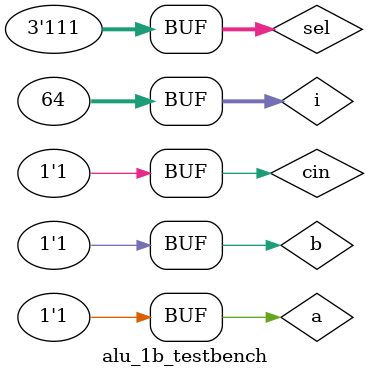
<source format=sv>
`timescale 1ns / 10ps 

module alu_1b (ri, cout, a, b, sel, cin);

	output logic ri, cout;
	input logic a, b, cin;
	input [2:0] sel;
	logic sum;
	logic a0, o0, b0, x0;
	
	add_sub fulladder (sum, cout, cin, a,b, sel[0]);
	and #50 aandb (a0, a, b);
	or #50 aorb (o0, a, b);
	buf #50 buffer (b0, b);
	xor #50 axorb (x0, a, b);
	
	
	a_mux8_1 mux0 (ri, {1'b0, x0, o0, a0, sum, sum, 1'b0, b0}, sel[2:0]);
	
endmodule

module alu_1b_testbench();
   logic ri, cout, a, b, cin;
	logic [2:0] sel;
	alu_1b dut (ri, cout, a, b, sel, cin);
	// Try all combinations of inputs.
	integer i;
	initial begin
		for(i = 0; i <64; i++) begin
			{a, b, sel, cin} = i; #1000;
			end
	end
endmodule 
</source>
